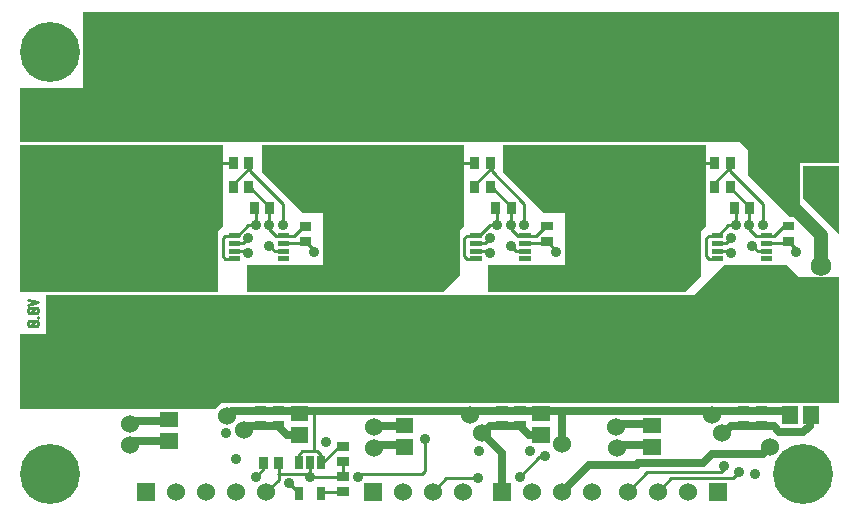
<source format=gbr>
G04 start of page 5 for group 3 idx 3 *
G04 Title: power, bottom *
G04 Creator: pcb 20140316 *
G04 CreationDate: Tue 06 Jun 2017 06:55:07 AM GMT UTC *
G04 For: brian *
G04 Format: Gerber/RS-274X *
G04 PCB-Dimensions (mil): 6000.00 5000.00 *
G04 PCB-Coordinate-Origin: lower left *
%MOIN*%
%FSLAX25Y25*%
%LNBOTTOM*%
%ADD84C,0.0485*%
%ADD83C,0.1770*%
%ADD82C,0.0380*%
%ADD81C,0.0118*%
%ADD80C,0.0200*%
%ADD79C,0.0350*%
%ADD78C,0.0360*%
%ADD77R,0.2700X0.2700*%
%ADD76R,0.0165X0.0165*%
%ADD75R,0.0280X0.0280*%
%ADD74R,0.0295X0.0295*%
%ADD73R,0.0512X0.0512*%
%ADD72C,0.0685*%
%ADD71C,0.2000*%
%ADD70C,0.0600*%
%ADD69C,0.0318*%
%ADD68C,0.0250*%
%ADD67C,0.0450*%
%ADD66C,0.0100*%
%ADD65C,0.0001*%
G54D65*G36*
X340500Y348000D02*X354000D01*
Y306000D01*
X148000D01*
X146000Y304000D01*
X81000D01*
Y329000D01*
X89500D01*
Y342000D01*
X305500D01*
X315500Y352000D01*
X336500D01*
X340500Y348000D01*
G37*
G36*
X354000Y386000D02*X341000D01*
Y368000D01*
X337500D01*
X323500Y382000D01*
Y390500D01*
X321000Y393000D01*
X81000D01*
Y411000D01*
X102000D01*
Y436500D01*
X354000D01*
Y386000D01*
G37*
G36*
X242000Y383000D02*Y392000D01*
X309500D01*
Y365000D01*
X308000Y363500D01*
Y348500D01*
X302500Y343000D01*
X237000D01*
Y352000D01*
X262500D01*
Y369500D01*
X255500D01*
X242000Y383000D01*
G37*
G36*
X81000Y343000D02*Y392000D01*
X148500D01*
Y365000D01*
X147000Y363500D01*
Y343000D01*
X81000D01*
G37*
G36*
X161500Y383000D02*Y392000D01*
X229000D01*
Y365000D01*
X227500Y363500D01*
Y348500D01*
X222000Y343000D01*
X156500D01*
Y352000D01*
X182000D01*
Y369500D01*
X175000D01*
X161500Y383000D01*
G37*
G36*
X342000Y385000D02*X354000D01*
Y362000D01*
X342000Y374500D01*
Y385000D01*
G37*
G54D66*X216449Y381449D02*Y365905D01*
X231941Y386000D02*X224000D01*
X217000Y379000D01*
X238059Y386000D02*Y384559D01*
Y385941D02*Y383441D01*
Y384559D02*X232500Y379000D01*
Y378000D01*
X310339Y361839D02*X313325D01*
X309500Y361000D02*X310339Y361839D01*
X313325Y359280D02*X316250Y359250D01*
X313325Y356720D02*X317250Y356750D01*
X313339Y361839D02*X317000Y365500D01*
X316280Y359280D02*X318000Y361000D01*
X329675Y359280D02*X336339D01*
X329675Y356720D02*X326780D01*
X325000Y358500D01*
X339500Y356500D02*Y357500D01*
X337000Y360000D01*
X336339Y359280D02*X337000Y359941D01*
X332257Y361757D02*X335559Y365059D01*
X337000D01*
G54D67*X348000Y351736D02*Y362000D01*
X332000Y378000D01*
G54D66*X317000Y365500D02*X319500D01*
Y370559D01*
X317559Y378000D02*X324000Y371559D01*
Y371000D01*
X317559Y383441D02*X328500Y372500D01*
Y365500D01*
X324000Y369941D02*Y364000D01*
X326243Y361757D01*
X332257D02*X326243D01*
X317559Y386000D02*Y384559D01*
X312000Y379000D01*
X296949Y381449D02*Y365905D01*
X312441Y386000D02*X304500D01*
X297500Y379000D01*
X312000D02*Y378000D01*
X313325Y354161D02*X310339D01*
X309500Y355000D01*
Y361000D01*
X317280Y356720D02*X318000Y356000D01*
X317559Y385941D02*Y383441D01*
X301905Y351500D02*X301673Y351732D01*
X221405Y351500D02*X221173Y351732D01*
X252757Y361757D02*X256059Y365059D01*
X257500D01*
X233839Y361839D02*X237500Y365500D01*
X240000D01*
X244500Y364000D02*X246743Y361757D01*
X252757D02*X246743D01*
X259000Y357500D02*X256500Y360000D01*
X249175Y359280D02*X255839D01*
X256500Y359941D01*
X249175Y356720D02*X246280D01*
X232811Y354161D02*X229825D01*
X228986Y355000D01*
Y361000D01*
X232825Y354161D02*X232664Y354000D01*
X232825Y356720D02*X236750Y356750D01*
X236780Y356720D02*X237500Y356000D01*
X240000Y365500D02*Y370559D01*
X238059Y378000D02*X244500Y371559D01*
Y371000D01*
X238059Y383441D02*X249000Y372500D01*
Y365500D01*
X244500Y369941D02*Y364000D01*
X246280Y356720D02*X244500Y358500D01*
X232825Y359280D02*X235750Y359250D01*
X235780Y359280D02*X237500Y361000D01*
X229825Y361839D02*X232811D01*
X228986Y361000D02*X229825Y361839D01*
G54D68*X130500Y293457D02*X118957D01*
X117500Y292000D01*
Y299000D02*X118500Y300000D01*
X130500D01*
X150500Y302118D02*Y302000D01*
X154500Y296000D02*X156941Y298441D01*
G54D66*X135949Y381449D02*Y365905D01*
X140905Y351500D02*X140673Y351732D01*
X143500Y386000D02*X136500Y379000D01*
X151441Y386000D02*X143500D01*
X157559D02*Y384559D01*
X152000Y379000D01*
Y378000D01*
X157559Y385941D02*Y383441D01*
X168500Y372500D01*
X172257Y361757D02*X175559Y365059D01*
X177000D01*
X178500Y357441D02*X176000Y359941D01*
X168675Y359280D02*X175339D01*
X176000Y359941D01*
X172257Y361757D02*X166243D01*
X168675Y356720D02*X165780D01*
X164000Y358500D01*
X153339Y361839D02*X157000Y365500D01*
X159500D01*
X155280Y359280D02*X157000Y361000D01*
X159500Y365500D02*Y370559D01*
X164000Y369941D02*Y364000D01*
X166243Y361757D01*
X157559Y378000D02*X164000Y371559D01*
Y371000D01*
X168500Y372500D02*Y365500D01*
X156280Y356720D02*X157000Y356000D01*
X152325Y359280D02*X155250Y359250D01*
X152325Y356720D02*X156250Y356750D01*
X149325Y361839D02*X152311D01*
X148486Y361000D02*X149325Y361839D01*
X148486Y355000D02*Y361000D01*
X152311Y354161D02*X149325D01*
X148486Y355000D01*
G54D68*X311500Y302118D02*Y302000D01*
X310000Y303500D01*
X317941Y298441D02*X315500Y296000D01*
G54D66*X316500Y285000D02*X314500Y283000D01*
X320500D02*X318500Y281000D01*
G54D68*X311500Y302000D02*X313059Y303559D01*
X335398D01*
X336957Y302000D01*
X317941Y298441D02*X328000D01*
X311500Y289000D02*X328500D01*
X331000Y291500D01*
X327941Y298441D02*X332059D01*
X334000Y296500D01*
X334500D02*X340000D01*
X344043Y302000D02*Y298543D01*
X342000Y296500D01*
X339500D01*
X291043Y299000D02*X278500D01*
X290957Y292000D02*X278500D01*
X261500Y303500D02*Y292500D01*
G54D66*X218500Y276500D02*X223000Y281000D01*
X234000D01*
X241500Y280500D02*Y276500D01*
X247500Y281500D02*X254000Y288000D01*
G54D68*X261500Y276500D02*X270500Y285500D01*
G54D66*X215000Y282500D02*X216000Y283500D01*
Y294000D01*
G54D68*X241500Y276000D02*Y289500D01*
X235000Y296000D01*
X310000Y303500D02*X253000D01*
G54D66*X314500Y283000D02*X290000D01*
X318500Y281000D02*X298000D01*
X254000Y288000D02*X256000D01*
G54D68*X270500Y285500D02*X286500D01*
X291500Y298543D02*X291043Y299000D01*
X291500Y291457D02*X290957Y292000D01*
G54D66*X293500Y276500D02*X298000Y281000D01*
X283500Y276500D02*X290000Y283000D01*
G54D68*X286500Y285500D02*X287000Y286000D01*
X308500D01*
X311500Y289000D01*
X231000Y302118D02*Y302000D01*
X237441Y298441D02*X235000Y296000D01*
X231000Y302000D02*X232559Y303559D01*
X253516D01*
X237500Y298500D02*X247500D01*
X250500Y295500D01*
X231000Y302000D02*X229500Y303500D01*
X156941Y298441D02*X167000D01*
X169941Y295500D01*
X174000D01*
G54D66*X175000Y290000D02*X180000D01*
X179000Y303500D02*Y290000D01*
G54D68*X250500Y295500D02*X254500D01*
X210457Y292000D02*X200000D01*
X209000Y298543D02*X199543D01*
X199000Y298000D01*
X200000Y292000D02*X199000Y291000D01*
G54D66*X188500Y291559D02*X187059D01*
G54D68*X229500Y303500D02*X151618D01*
X150000Y301882D01*
G54D66*X161941Y286000D02*Y283941D01*
X159500Y281500D01*
X177500D02*X176500Y282500D01*
X167000D01*
X177500Y286000D02*Y281500D01*
X163000Y276500D02*X167030Y280530D01*
Y285970D01*
X173800Y275900D02*Y276200D01*
X170500Y279500D01*
X173800Y286100D02*Y288800D01*
X175000Y290000D01*
X180000D02*X181200Y288800D01*
Y286100D01*
X187059Y291559D02*X181600Y286100D01*
X181200D01*
X177500Y281500D02*X177559Y281559D01*
X181200Y275900D02*X181741Y276441D01*
X188500D01*
X177559Y281559D02*X188500D01*
Y286441D01*
X215000Y282500D02*X194500D01*
X193500Y281500D01*
X83380Y340500D02*X86900Y339620D01*
X83380Y338740D01*
X86460Y337684D02*X86900Y337244D01*
X83820Y337684D02*X86460D01*
X83820D02*X83380Y337244D01*
Y336364D02*Y337244D01*
Y336364D02*X83820Y335924D01*
X86460D01*
X86900Y336364D02*X86460Y335924D01*
X86900Y336364D02*Y337244D01*
X86020Y337684D02*X84260Y335924D01*
X86900Y334428D02*Y334868D01*
X86460Y333372D02*X86900Y332932D01*
X83820Y333372D02*X86460D01*
X83820D02*X83380Y332932D01*
Y332052D02*Y332932D01*
Y332052D02*X83820Y331612D01*
X86460D01*
X86900Y332052D02*X86460Y331612D01*
X86900Y332052D02*Y332932D01*
X86020Y333372D02*X84260Y331612D01*
G54D69*X192827Y429905D03*
X197551D03*
X202276D03*
X192827Y425181D03*
Y420456D03*
Y415732D03*
X197551Y425181D03*
Y420456D03*
Y415732D03*
Y411008D03*
X202276D03*
X207000D03*
X211724D03*
X207000Y429905D03*
X211724D03*
X216449D03*
X221173D03*
X202276Y425181D03*
Y420456D03*
X207000D03*
X211724D03*
X216449D03*
X221173D03*
X207000Y425181D03*
X211724D03*
X216449D03*
X221173D03*
X202276Y415732D03*
X207000D03*
X211724D03*
X216449D03*
X221173D03*
Y411008D03*
X216449D03*
X192827D03*
Y365905D03*
Y347008D03*
G54D65*G36*
X195500Y279500D02*Y273500D01*
X201500D01*
Y279500D01*
X195500D01*
G37*
G54D70*X208500Y276500D03*
X218500D03*
X228500D03*
G54D69*X197551Y365905D03*
X202276D03*
X207000D03*
X211724D03*
X216449D03*
X221173D03*
X202276Y361181D03*
Y356456D03*
X207000D03*
X211724D03*
X216449D03*
X221173D03*
X207000Y361181D03*
X211724D03*
X216449D03*
X221173D03*
X192827D03*
Y356456D03*
Y351732D03*
X197551Y361181D03*
Y356456D03*
Y351732D03*
X202276D03*
X207000D03*
X211724D03*
X216449D03*
X221173D03*
X197551Y347008D03*
X202276D03*
X207000D03*
X211724D03*
X216449D03*
X221173D03*
X273327Y429905D03*
X278051D03*
X282776D03*
X273327Y425181D03*
Y420456D03*
Y415732D03*
X278051Y425181D03*
Y420456D03*
Y415732D03*
Y411008D03*
X282776D03*
X287500D03*
X292224D03*
X287500Y429905D03*
X292224D03*
X296949D03*
X301673D03*
X282776Y425181D03*
Y420456D03*
X287500D03*
X292224D03*
X296949D03*
X301673D03*
X287500Y425181D03*
X292224D03*
X296949D03*
X301673D03*
X282776Y415732D03*
X287500D03*
X292224D03*
X296949D03*
X301673D03*
Y411008D03*
X296949D03*
X273327D03*
Y365905D03*
Y347008D03*
X278051Y365905D03*
X282776D03*
X287500D03*
X292224D03*
X296949D03*
X301673D03*
X282776Y361181D03*
Y356456D03*
X287500D03*
X292224D03*
X296949D03*
X301673D03*
X287500Y361181D03*
X292224D03*
X296949D03*
X301673D03*
G54D70*X293500Y276500D03*
X283500D03*
G54D65*G36*
X238500Y279500D02*Y273500D01*
X244500D01*
Y279500D01*
X238500D01*
G37*
G54D70*X251500Y276500D03*
X261500D03*
X271500D03*
G54D69*X273327Y361181D03*
Y356456D03*
Y351732D03*
X278051Y361181D03*
Y356456D03*
Y351732D03*
X282776D03*
X287500D03*
X292224D03*
X296949D03*
X301673D03*
X278051Y347008D03*
X282776D03*
X287500D03*
X292224D03*
X296949D03*
X301673D03*
G54D65*G36*
X310500Y279500D02*Y273500D01*
X316500D01*
Y279500D01*
X310500D01*
G37*
G54D71*X342000Y282500D03*
G54D70*X303500Y276500D03*
G54D72*X348000Y351736D03*
Y381264D03*
Y403764D03*
Y374236D03*
G54D69*X112327Y429905D03*
X117051D03*
X121776D03*
X112327Y425181D03*
Y420456D03*
Y415732D03*
X117051Y425181D03*
Y420456D03*
Y415732D03*
Y411008D03*
X121776D03*
X126500D03*
X131224D03*
X126500Y429905D03*
X131224D03*
X135949D03*
X140673D03*
X121776Y425181D03*
Y420456D03*
X126500D03*
X131224D03*
X135949D03*
X140673D03*
X126500Y425181D03*
X131224D03*
X135949D03*
X140673D03*
X121776Y415732D03*
X126500D03*
X131224D03*
X135949D03*
X140673D03*
Y411008D03*
X135949D03*
X112327D03*
Y365905D03*
Y347008D03*
G54D71*X91000Y282500D03*
Y423000D03*
G54D65*G36*
X120000Y279500D02*Y273500D01*
X126000D01*
Y279500D01*
X120000D01*
G37*
G54D70*X133000Y276500D03*
X143000D03*
X153000D03*
X163000D03*
G54D69*X117051Y365905D03*
X121776D03*
X126500D03*
X131224D03*
X135949D03*
X140673D03*
X121776Y361181D03*
Y356456D03*
X126500D03*
X131224D03*
X135949D03*
X140673D03*
X126500Y361181D03*
X131224D03*
X135949D03*
X140673D03*
X112327D03*
Y356456D03*
Y351732D03*
X117051Y361181D03*
Y356456D03*
Y351732D03*
X121776D03*
X126500D03*
X131224D03*
X135949D03*
X140673D03*
X117051Y347008D03*
X121776D03*
X126500D03*
X131224D03*
X135949D03*
X140673D03*
G54D73*X291107Y291457D02*X291893D01*
X291107Y298543D02*X291893D01*
G54D74*X321508Y298441D02*X322492D01*
X321508Y303559D02*X322492D01*
X327508D02*X328492D01*
G54D73*X337457Y302393D02*Y301607D01*
X344543Y302393D02*Y301607D01*
G54D74*X327508Y298441D02*X328492D01*
G54D73*X208607Y291457D02*X209393D01*
X208607Y298543D02*X209393D01*
G54D74*X188008Y276441D02*X188992D01*
G54D75*X181200Y276700D02*Y275100D01*
X173800Y276700D02*Y275100D01*
G54D74*X188008Y281559D02*X188992D01*
X188008Y291559D02*X188992D01*
X188008Y286441D02*X188992D01*
X247008Y303559D02*X247992D01*
X247008Y298441D02*X247992D01*
X241008Y303559D02*X241992D01*
X241008Y298441D02*X241992D01*
G54D73*X254107Y302543D02*X254893D01*
X254107Y295457D02*X254893D01*
X130107Y293457D02*X130893D01*
X130107Y300543D02*X130893D01*
G54D74*X161941Y286492D02*Y285508D01*
X167059Y286492D02*Y285508D01*
X166508Y303559D02*X167492D01*
X166508Y298441D02*X167492D01*
X160508Y303559D02*X161492D01*
X160508Y298441D02*X161492D01*
G54D73*X173607Y302543D02*X174393D01*
X173607Y295457D02*X174393D01*
G54D75*X173800Y286900D02*Y285300D01*
X177500Y286900D02*Y285300D01*
X181200Y286900D02*Y285300D01*
G54D74*X312441Y378492D02*Y377508D01*
X317559Y378492D02*Y377508D01*
G54D76*X231775Y354161D02*X233875D01*
X231775Y356720D02*X233875D01*
X231775Y359280D02*X233875D01*
X231775Y361839D02*X233875D01*
X248125D02*X250225D01*
X248125Y359280D02*X250225D01*
X248125Y356720D02*X250225D01*
X248125Y354161D02*X250225D01*
G54D74*X256008Y359941D02*X256992D01*
X256008Y365059D02*X256992D01*
X158941Y371492D02*Y370508D01*
X164059Y371492D02*Y370508D01*
X151941Y378492D02*Y377508D01*
X157059Y378492D02*Y377508D01*
X232441Y386492D02*Y385508D01*
X237559Y386492D02*Y385508D01*
X232441Y378492D02*Y377508D01*
X237559Y378492D02*Y377508D01*
X239441Y371492D02*Y370508D01*
X244559Y371492D02*Y370508D01*
G54D76*X151275Y354161D02*X153375D01*
X151275Y356720D02*X153375D01*
X151275Y359280D02*X153375D01*
X151275Y361839D02*X153375D01*
X167625D02*X169725D01*
X167625Y359280D02*X169725D01*
X167625Y356720D02*X169725D01*
X167625Y354161D02*X169725D01*
G54D74*X175508Y359882D02*X176492D01*
X175508Y365000D02*X176492D01*
X151941Y386492D02*Y385508D01*
X157059Y386492D02*Y385508D01*
G54D77*X330500Y423000D02*X335500D01*
G54D74*X312441Y386492D02*Y385508D01*
X317559Y386492D02*Y385508D01*
G54D76*X312275Y354161D02*X314375D01*
X328625D02*X330725D01*
X312275Y356720D02*X314375D01*
X312275Y359280D02*X314375D01*
X312275Y361839D02*X314375D01*
X328625D02*X330725D01*
X328625Y359280D02*X330725D01*
X328625Y356720D02*X330725D01*
G54D74*X318941Y371492D02*Y370508D01*
X324059Y371492D02*Y370508D01*
X336508Y359941D02*X337492D01*
X336508Y365059D02*X337492D01*
G54D77*X330500Y333000D02*X335500D01*
G54D70*X199000Y291000D03*
G54D78*X183000Y293000D03*
X170500Y279500D03*
X177500Y281500D03*
X193500D03*
G54D70*X199000Y298000D03*
G54D78*X221500Y312500D03*
G54D70*X231000Y302000D03*
X235000Y296000D03*
G54D78*X216000Y294000D03*
X233500Y281000D03*
X247500Y281500D03*
X251000Y290000D03*
X256000Y288500D03*
G54D70*X261500Y292500D03*
G54D78*X234000Y290000D03*
X199000Y332500D03*
X197000Y336000D03*
X201000D03*
X215000Y332500D03*
X223000D03*
X228500Y329000D03*
Y325000D03*
Y321000D03*
X227500Y317000D03*
X246500D03*
X251500D03*
X256500D03*
X254000Y314000D03*
X249000D03*
X207000Y332500D03*
X205000Y336000D03*
X209000D03*
X213000D03*
X217000D03*
X221000D03*
X249000Y320000D03*
X254000D03*
X251500Y323000D03*
X219500Y316500D03*
X211500D03*
X203500D03*
X195500D03*
X166000Y317000D03*
X171000D03*
Y323000D03*
X176000Y317000D03*
X173500Y314000D03*
Y320000D03*
X168500Y314000D03*
Y320000D03*
X196000Y379000D03*
X199500Y375500D03*
X192500D03*
X203000Y379000D03*
X210000D03*
X217000D03*
X224000D03*
X206500Y375500D03*
X213500D03*
X220500D03*
X179000Y356441D03*
X240000Y365500D03*
X244500D03*
X249000D03*
X259500Y356500D03*
X244500Y358500D03*
X237500Y356000D03*
Y361000D03*
G54D70*X279500Y298000D03*
G54D78*X292000Y316500D03*
X284000D03*
X276000D03*
X293500Y336000D03*
G54D70*X280000Y291000D03*
G54D78*X295500Y332500D03*
X303500D03*
X309000Y329000D03*
Y325000D03*
Y321000D03*
X300000Y316500D03*
X302000Y312500D03*
X297500Y336000D03*
X301500D03*
X279500Y332500D03*
X287500D03*
X277500Y336000D03*
X281500D03*
X285500D03*
X289500D03*
X308000Y317000D03*
G54D70*X311500Y302000D03*
X315000Y296000D03*
G54D78*X315500Y285000D03*
X320500Y283000D03*
X344500Y312000D03*
X342000Y315000D03*
X339500Y312000D03*
X347000Y315000D03*
X327000D03*
X337000D03*
X332000D03*
X334500Y312000D03*
X329500D03*
Y318000D03*
G54D70*X331000Y291500D03*
G54D78*X326000Y282500D03*
X334500Y318000D03*
X339500D03*
X344500D03*
X276500Y379000D03*
X280000Y375500D03*
X283500Y379000D03*
X273000Y375500D03*
X287000D03*
X290500Y379000D03*
X294000Y375500D03*
X297500Y379000D03*
X301000Y375500D03*
X304500Y379000D03*
X325000Y358500D03*
X319500Y365500D03*
X324000D03*
X328500D03*
X318000Y361000D03*
Y356000D03*
X339500Y356500D03*
X310500Y434500D03*
Y430500D03*
Y426500D03*
X314500Y434500D03*
Y430500D03*
Y426500D03*
X351500Y433500D03*
Y426000D03*
Y418500D03*
Y411500D03*
X147000Y317000D03*
G54D70*X117500Y292000D03*
Y299000D03*
G54D78*X139000Y316500D03*
X131000D03*
X123000D03*
X115000D03*
X141000Y312500D03*
G54D70*X150000Y301882D03*
X155500Y297000D03*
G54D78*X153000Y287500D03*
X159500Y281500D03*
X149500Y296000D03*
X118500Y332500D03*
X116500Y336000D03*
X120500D03*
X124500D03*
X148000Y329000D03*
Y325000D03*
Y321000D03*
X126500Y332500D03*
X134500D03*
X142500D03*
X128500Y336000D03*
X132500D03*
X136500D03*
X140500D03*
X115500Y379000D03*
X119000Y375500D03*
X122500Y379000D03*
X112000Y375500D03*
X126000D03*
X129500Y379000D03*
X133000Y375500D03*
X136500Y379000D03*
X143500D03*
X140000Y375500D03*
X159500Y365500D03*
X164000D03*
X168500D03*
X164000Y358500D03*
X157000Y361000D03*
Y356000D03*
G54D79*G54D80*G54D79*G54D80*G54D79*G54D80*G54D79*G54D80*G54D79*G54D80*G54D79*G54D80*G54D79*G54D80*G54D79*G54D80*G54D79*G54D80*G54D79*G54D80*G54D81*G54D82*G54D81*G54D82*G54D81*G54D82*G54D83*G54D82*G54D84*G54D81*G54D83*G54D82*G54D81*M02*

</source>
